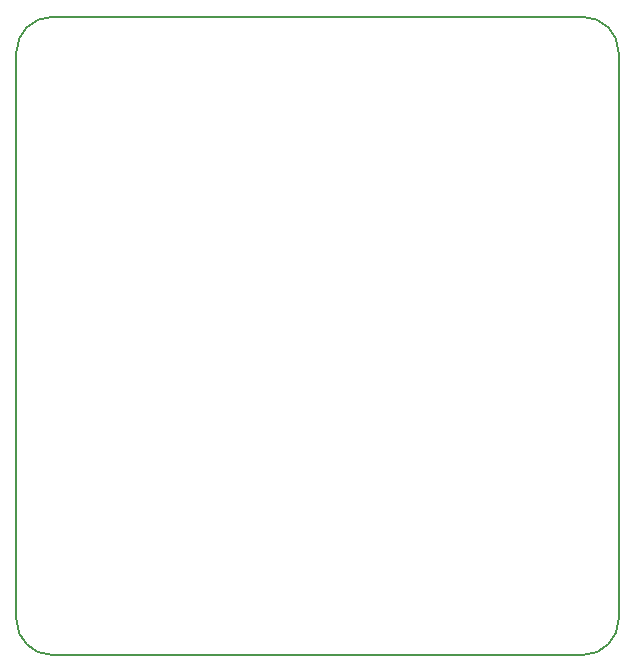
<source format=gbr>
%TF.GenerationSoftware,KiCad,Pcbnew,8.0.3*%
%TF.CreationDate,2024-07-11T15:18:24-04:00*%
%TF.ProjectId,SensorBoard,53656e73-6f72-4426-9f61-72642e6b6963,rev?*%
%TF.SameCoordinates,Original*%
%TF.FileFunction,Profile,NP*%
%FSLAX46Y46*%
G04 Gerber Fmt 4.6, Leading zero omitted, Abs format (unit mm)*
G04 Created by KiCad (PCBNEW 8.0.3) date 2024-07-11 15:18:24*
%MOMM*%
%LPD*%
G01*
G04 APERTURE LIST*
%TA.AperFunction,Profile*%
%ADD10C,0.200000*%
%TD*%
G04 APERTURE END LIST*
D10*
X74000000Y-100000000D02*
X119000000Y-100000000D01*
X122000000Y-97000000D02*
X122000000Y-49000000D01*
X71000000Y-49000000D02*
G75*
G02*
X74000000Y-46000000I3000000J0D01*
G01*
X119000000Y-46000000D02*
G75*
G02*
X122000000Y-49000000I0J-3000000D01*
G01*
X119000000Y-46000000D02*
X74000000Y-46000000D01*
X71000000Y-49000000D02*
X71000000Y-97000000D01*
X74000000Y-100000000D02*
G75*
G02*
X71000000Y-97000000I0J3000000D01*
G01*
X122000000Y-97000000D02*
G75*
G02*
X119000000Y-100000000I-3000000J0D01*
G01*
M02*

</source>
